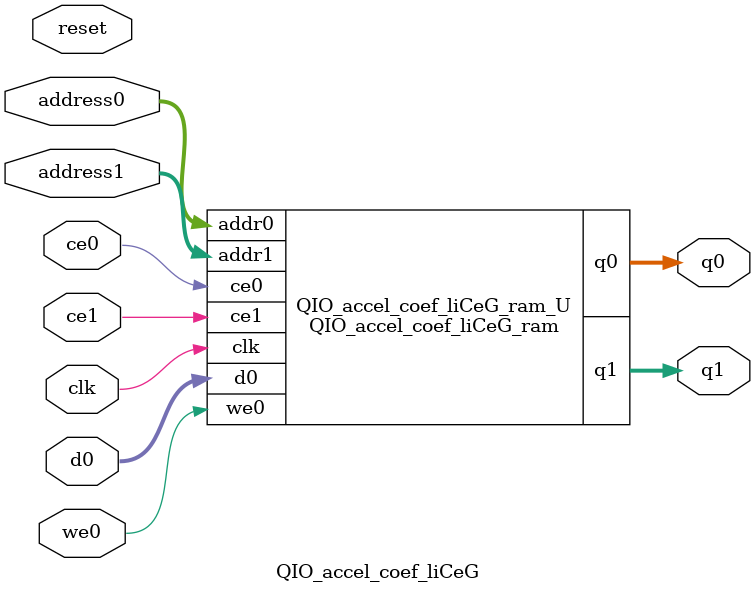
<source format=v>
`timescale 1 ns / 1 ps
module QIO_accel_coef_liCeG_ram (addr0, ce0, d0, we0, q0, addr1, ce1, q1,  clk);

parameter DWIDTH = 32;
parameter AWIDTH = 12;
parameter MEM_SIZE = 4096;

input[AWIDTH-1:0] addr0;
input ce0;
input[DWIDTH-1:0] d0;
input we0;
output reg[DWIDTH-1:0] q0;
input[AWIDTH-1:0] addr1;
input ce1;
output reg[DWIDTH-1:0] q1;
input clk;

(* ram_style = "block" *)reg [DWIDTH-1:0] ram[0:MEM_SIZE-1];




always @(posedge clk)  
begin 
    if (ce0) begin
        if (we0) 
            ram[addr0] <= d0; 
        q0 <= ram[addr0];
    end
end


always @(posedge clk)  
begin 
    if (ce1) begin
        q1 <= ram[addr1];
    end
end


endmodule

`timescale 1 ns / 1 ps
module QIO_accel_coef_liCeG(
    reset,
    clk,
    address0,
    ce0,
    we0,
    d0,
    q0,
    address1,
    ce1,
    q1);

parameter DataWidth = 32'd32;
parameter AddressRange = 32'd4096;
parameter AddressWidth = 32'd12;
input reset;
input clk;
input[AddressWidth - 1:0] address0;
input ce0;
input we0;
input[DataWidth - 1:0] d0;
output[DataWidth - 1:0] q0;
input[AddressWidth - 1:0] address1;
input ce1;
output[DataWidth - 1:0] q1;



QIO_accel_coef_liCeG_ram QIO_accel_coef_liCeG_ram_U(
    .clk( clk ),
    .addr0( address0 ),
    .ce0( ce0 ),
    .we0( we0 ),
    .d0( d0 ),
    .q0( q0 ),
    .addr1( address1 ),
    .ce1( ce1 ),
    .q1( q1 ));

endmodule


</source>
